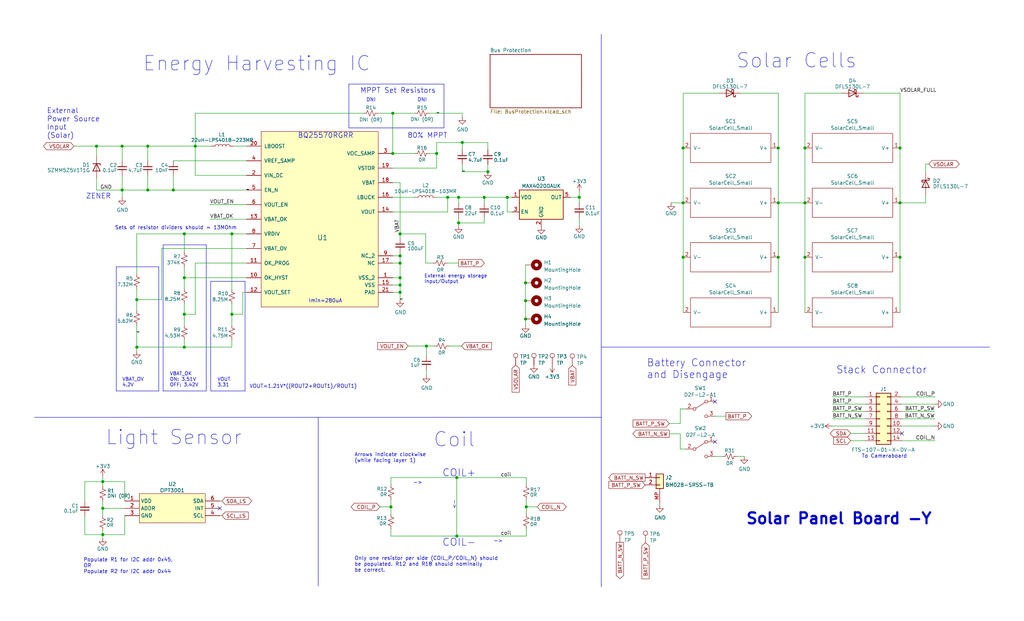
<source format=kicad_sch>
(kicad_sch (version 20230121) (generator eeschema)
  (paper "USLegal")
  (title_block (title "PyCubed Mini") (date "2023-04-12") (rev "Rev B3/02") (company "REx Lab Carnegie Mellon University") (comment 1 "Z.Manchester") (comment 2 "N.Khera") (comment 3 "M.Holliday"))
  (junction (at 148.082 120.269))
  (junction (at 138.938 88.9))
  (junction (at 270.256 70.485))
  (junction (at 64.008 96.52))
  (junction (at 168.148 68.58))
  (junction (at 138.938 91.44))
  (junction (at 237.236 51.435))
  (junction (at 279.527 51.435))
  (junction (at 312.547 70.485))
  (junction (at 182.499 98.298))
  (junction (at 42.418 50.8))
  (junction (at 64.008 109.22))
  (junction (at 312.547 89.408))
  (junction (at 136.398 39.37))
  (junction (at 33.528 50.8))
  (junction (at 312.547 51.435))
  (junction (at 159.258 68.58))
  (junction (at 35.687 185.801))
  (junction (at 158.623 186.309))
  (junction (at 201.168 68.58))
  (junction (at 182.499 104.521))
  (junction (at 42.418 66.04))
  (junction (at 138.938 81.28))
  (junction (at 138.938 96.52))
  (junction (at 136.398 53.34))
  (junction (at 160.528 49.53))
  (junction (at 155.448 68.58))
  (junction (at 51.308 50.8))
  (junction (at 237.236 70.485))
  (junction (at 182.499 110.871))
  (junction (at 35.687 167.386))
  (junction (at 158.623 165.989))
  (junction (at 237.236 89.408))
  (junction (at 80.518 81.28))
  (junction (at 279.527 89.408))
  (junction (at 64.008 120.65))
  (junction (at 60.198 66.04))
  (junction (at 64.008 81.28))
  (junction (at 80.518 109.22))
  (junction (at 67.818 50.8))
  (junction (at 182.753 176.149))
  (junction (at 135.763 176.149))
  (junction (at 47.498 120.65))
  (junction (at 47.498 104.14))
  (junction (at 270.256 89.408))
  (junction (at 35.687 176.657))
  (junction (at 51.308 66.04))
  (junction (at 159.258 77.47))
  (junction (at 176.149 68.58))
  (junction (at 138.938 99.06))
  (junction (at 270.256 51.435))
  (junction (at 279.527 70.485))
  (junction (at 138.938 101.6))
  (junction (at 169.418 59.69))
  (junction (at 151.638 53.34))
  (no_connect (at 248.285 139.573))
  (no_connect (at 248.285 153.543))
  (no_connect (at 76.327 176.657))
  (no_connect (at 313.182 150.622))
  (wire (pts (xy 147.828 91.44) (xy 150.368 91.44)))
  (wire (pts (xy 135.763 176.149) (xy 135.763 178.689)))
  (wire (pts (xy 47.498 81.28) (xy 47.498 95.25)))
  (wire (pts (xy 47.498 104.14) (xy 56.134 104.14)))
  (wire (pts (xy 64.008 81.28) (xy 47.498 81.28)))
  (wire (pts (xy 147.828 81.28) (xy 138.938 81.28)))
  (wire (pts (xy 77.089 174.117) (xy 76.327 174.117)))
  (wire (pts (xy 80.518 81.28) (xy 80.518 100.584)))
  (wire (pts (xy 182.499 92.075) (xy 182.499 98.298)))
  (polyline (pts (xy 121.158 29.21) (xy 154.178 29.21)))
  (wire (pts (xy 158.623 165.989) (xy 158.623 186.309)))
  (wire (pts (xy 151.638 49.53) (xy 160.528 49.53)))
  (wire (pts (xy 60.198 66.04) (xy 60.198 60.96)))
  (wire (pts (xy 147.828 91.44) (xy 147.828 81.28)))
  (wire (pts (xy 279.527 51.435) (xy 279.527 70.485)))
  (wire (pts (xy 138.938 99.06) (xy 138.938 96.52)))
  (wire (pts (xy 42.418 66.04) (xy 42.418 68.58)))
  (wire (pts (xy 312.547 70.485) (xy 312.547 89.408)))
  (wire (pts (xy 85.598 66.04) (xy 60.198 66.04)))
  (wire (pts (xy 136.398 101.6) (xy 138.938 101.6)))
  (wire (pts (xy 159.258 77.47) (xy 159.258 78.486)))
  (polyline (pts (xy 154.178 29.21) (xy 154.178 44.45)))
  (wire (pts (xy 270.256 89.408) (xy 270.256 108.585)))
  (wire (pts (xy 131.953 176.149) (xy 135.763 176.149)))
  (wire (pts (xy 64.008 109.22) (xy 67.818 109.22)))
  (wire (pts (xy 81.026 50.8) (xy 85.598 50.8)))
  (wire (pts (xy 29.464 185.801) (xy 35.687 185.801)))
  (wire (pts (xy 138.938 101.6) (xy 138.938 99.06)))
  (wire (pts (xy 47.498 120.65) (xy 47.498 122.047)))
  (wire (pts (xy 136.398 99.06) (xy 138.938 99.06)))
  (polyline (pts (xy 110.49 145.034) (xy 110.49 203.708)))
  (wire (pts (xy 168.148 68.58) (xy 168.148 70.612)))
  (wire (pts (xy 43.307 185.801) (xy 43.307 179.197)))
  (wire (pts (xy 160.528 57.15) (xy 160.528 59.69)))
  (wire (pts (xy 35.687 176.657) (xy 35.687 179.197)))
  (wire (pts (xy 85.598 55.88) (xy 60.198 55.88)))
  (wire (pts (xy 270.256 70.485) (xy 270.256 89.408)))
  (wire (pts (xy 135.763 165.989) (xy 158.623 165.989)))
  (wire (pts (xy 64.008 81.28) (xy 64.008 87.63)))
  (polyline (pts (xy 71.628 135.89) (xy 56.642 135.89)))
  (wire (pts (xy 232.41 147.193) (xy 236.22 147.193)))
  (wire (pts (xy 148.082 128.651) (xy 148.082 130.429)))
  (wire (pts (xy 135.763 173.609) (xy 135.763 176.149)))
  (wire (pts (xy 159.258 68.58) (xy 168.148 68.58)))
  (wire (pts (xy 252.095 144.653) (xy 248.285 144.653)))
  (wire (pts (xy 324.612 145.542) (xy 313.182 145.542)))
  (wire (pts (xy 151.638 49.53) (xy 151.638 53.34)))
  (wire (pts (xy 136.398 68.58) (xy 144.018 68.58)))
  (wire (pts (xy 312.547 51.435) (xy 312.547 70.485)))
  (wire (pts (xy 56.134 86.36) (xy 85.598 86.36)))
  (wire (pts (xy 67.818 50.8) (xy 73.406 50.8)))
  (wire (pts (xy 159.258 70.612) (xy 159.258 68.58)))
  (wire (pts (xy 43.307 167.386) (xy 35.687 167.386)))
  (wire (pts (xy 151.638 68.58) (xy 155.448 68.58)))
  (wire (pts (xy 80.518 118.11) (xy 80.518 120.65)))
  (wire (pts (xy 324.739 137.922) (xy 313.182 137.922)))
  (wire (pts (xy 33.528 61.976) (xy 33.528 66.04)))
  (wire (pts (xy 201.168 66.548) (xy 201.168 68.58)))
  (wire (pts (xy 300.482 150.622) (xy 295.402 150.622)))
  (wire (pts (xy 43.307 174.117) (xy 43.307 167.386)))
  (wire (pts (xy 321.437 67.691) (xy 321.437 70.485)))
  (polyline (pts (xy 121.158 44.45) (xy 121.158 29.21)))
  (wire (pts (xy 177.8 73.66) (xy 176.149 73.66)))
  (polyline (pts (xy 56.642 135.89) (xy 56.642 85.09)))
  (wire (pts (xy 279.527 89.408) (xy 279.527 108.585)))
  (wire (pts (xy 51.308 50.8) (xy 67.818 50.8)))
  (wire (pts (xy 149.098 53.34) (xy 151.638 53.34)))
  (wire (pts (xy 42.418 55.88) (xy 42.418 50.8)))
  (polyline (pts (xy 11.938 145.034) (xy 208.788 145.034)))
  (wire (pts (xy 159.258 75.692) (xy 159.258 77.47)))
  (wire (pts (xy 33.528 66.04) (xy 42.418 66.04)))
  (wire (pts (xy 155.956 120.269) (xy 160.274 120.269)))
  (wire (pts (xy 182.499 98.298) (xy 182.499 104.521)))
  (wire (pts (xy 176.149 73.66) (xy 176.149 68.58)))
  (polyline (pts (xy 85.09 135.89) (xy 73.152 135.89)))
  (wire (pts (xy 324.612 143.002) (xy 313.182 143.002)))
  (wire (pts (xy 47.498 113.03) (xy 47.498 120.65)))
  (wire (pts (xy 168.148 75.692) (xy 168.148 77.47)))
  (wire (pts (xy 229.108 175.514) (xy 229.108 174.879)))
  (wire (pts (xy 236.22 150.749) (xy 236.22 156.083)))
  (wire (pts (xy 324.612 140.462) (xy 313.182 140.462)))
  (wire (pts (xy 138.938 104.14) (xy 138.938 101.6)))
  (wire (pts (xy 72.898 76.2) (xy 85.598 76.2)))
  (wire (pts (xy 80.518 109.22) (xy 80.518 113.03)))
  (wire (pts (xy 312.547 89.408) (xy 312.547 108.585)))
  (wire (pts (xy 35.687 167.386) (xy 35.687 169.037)))
  (wire (pts (xy 84.328 109.22) (xy 84.328 101.6)))
  (polyline (pts (xy 40.386 92.71) (xy 55.118 92.71)))
  (wire (pts (xy 237.236 51.435) (xy 237.236 70.485)))
  (wire (pts (xy 270.256 32.385) (xy 270.256 51.435)))
  (wire (pts (xy 136.398 53.34) (xy 144.018 53.34)))
  (wire (pts (xy 136.398 53.34) (xy 136.398 39.37)))
  (wire (pts (xy 160.528 52.07) (xy 160.528 49.53)))
  (wire (pts (xy 169.418 57.15) (xy 169.418 59.69)))
  (wire (pts (xy 56.134 104.14) (xy 56.134 86.36)))
  (wire (pts (xy 232.41 150.749) (xy 236.22 150.749)))
  (wire (pts (xy 148.082 123.571) (xy 148.082 120.269)))
  (wire (pts (xy 312.547 70.485) (xy 321.437 70.485)))
  (wire (pts (xy 322.58 57.023) (xy 321.437 57.023)))
  (wire (pts (xy 64.008 120.65) (xy 80.518 120.65)))
  (wire (pts (xy 67.818 109.22) (xy 67.818 91.44)))
  (wire (pts (xy 136.398 91.44) (xy 138.938 91.44)))
  (wire (pts (xy 270.256 51.435) (xy 270.256 70.485)))
  (wire (pts (xy 43.307 176.657) (xy 35.687 176.657)))
  (wire (pts (xy 158.623 165.989) (xy 182.753 165.989)))
  (wire (pts (xy 64.008 109.22) (xy 64.008 113.03)))
  (wire (pts (xy 51.308 66.04) (xy 60.198 66.04)))
  (wire (pts (xy 299.847 32.385) (xy 312.547 32.385)))
  (wire (pts (xy 289.052 145.542) (xy 300.482 145.542)))
  (wire (pts (xy 321.437 57.023) (xy 321.437 60.071)))
  (wire (pts (xy 135.763 186.309) (xy 158.623 186.309)))
  (wire (pts (xy 289.052 143.002) (xy 300.482 143.002)))
  (wire (pts (xy 138.938 81.28) (xy 138.938 63.5)))
  (wire (pts (xy 136.398 73.66) (xy 155.448 73.66)))
  (wire (pts (xy 300.482 137.922) (xy 289.052 137.922)))
  (wire (pts (xy 64.008 118.11) (xy 64.008 120.65)))
  (wire (pts (xy 279.527 70.485) (xy 279.527 89.408)))
  (wire (pts (xy 33.528 50.8) (xy 33.528 54.356)))
  (wire (pts (xy 67.818 91.44) (xy 85.598 91.44)))
  (wire (pts (xy 131.318 39.37) (xy 136.398 39.37)))
  (wire (pts (xy 25.654 50.8) (xy 33.528 50.8)))
  (wire (pts (xy 138.938 87.884) (xy 138.938 88.9)))
  (wire (pts (xy 279.527 32.385) (xy 292.227 32.385)))
  (wire (pts (xy 279.527 32.385) (xy 279.527 51.435)))
  (polyline (pts (xy 55.118 92.71) (xy 55.118 135.89)))
  (wire (pts (xy 67.818 60.96) (xy 85.598 60.96)))
  (wire (pts (xy 138.938 96.52) (xy 138.938 91.44)))
  (polyline (pts (xy 85.09 97.79) (xy 85.09 135.89)))
  (wire (pts (xy 29.464 167.386) (xy 35.687 167.386)))
  (wire (pts (xy 64.008 96.52) (xy 85.598 96.52)))
  (wire (pts (xy 47.498 120.65) (xy 64.008 120.65)))
  (wire (pts (xy 182.499 104.521) (xy 182.499 110.871)))
  (wire (pts (xy 135.763 183.769) (xy 135.763 186.309)))
  (wire (pts (xy 289.052 148.082) (xy 300.482 148.082)))
  (wire (pts (xy 186.563 176.149) (xy 182.753 176.149)))
  (wire (pts (xy 300.482 153.162) (xy 295.402 153.162)))
  (wire (pts (xy 155.448 68.58) (xy 159.258 68.58)))
  (wire (pts (xy 159.258 77.47) (xy 168.148 77.47)))
  (wire (pts (xy 33.528 50.8) (xy 42.418 50.8)))
  (wire (pts (xy 67.818 39.37) (xy 126.238 39.37)))
  (wire (pts (xy 248.285 158.623) (xy 250.825 158.623)))
  (wire (pts (xy 182.753 165.989) (xy 182.753 168.529)))
  (wire (pts (xy 182.753 183.769) (xy 182.753 186.309)))
  (polyline (pts (xy 71.628 85.09) (xy 71.628 135.89)))
  (wire (pts (xy 64.008 96.52) (xy 64.008 100.33)))
  (wire (pts (xy 135.763 165.989) (xy 135.763 168.529)))
  (wire (pts (xy 67.818 39.37) (xy 67.818 50.8)))
  (wire (pts (xy 51.308 50.8) (xy 51.308 55.88)))
  (polyline (pts (xy 208.788 120.65) (xy 343.662 120.65)))
  (wire (pts (xy 201.168 68.58) (xy 201.168 70.612)))
  (wire (pts (xy 151.638 53.34) (xy 151.638 58.42)))
  (wire (pts (xy 279.527 70.485) (xy 270.256 70.485)))
  (wire (pts (xy 160.528 39.37) (xy 160.528 40.64)))
  (wire (pts (xy 138.938 81.28) (xy 138.938 82.804)))
  (wire (pts (xy 64.008 81.28) (xy 80.518 81.28)))
  (wire (pts (xy 149.098 39.37) (xy 160.528 39.37)))
  (wire (pts (xy 29.464 174.244) (xy 29.464 167.386)))
  (wire (pts (xy 158.623 186.309) (xy 182.753 186.309)))
  (wire (pts (xy 198.12 68.58) (xy 201.168 68.58)))
  (wire (pts (xy 236.22 147.193) (xy 236.22 142.113)))
  (polyline (pts (xy 56.642 85.09) (xy 71.628 85.09)))
  (wire (pts (xy 47.498 100.33) (xy 47.498 104.14)))
  (wire (pts (xy 151.638 58.42) (xy 136.398 58.42)))
  (wire (pts (xy 257.302 32.385) (xy 270.256 32.385)))
  (wire (pts (xy 312.547 32.385) (xy 312.547 51.435)))
  (wire (pts (xy 237.236 70.485) (xy 237.236 89.408)))
  (wire (pts (xy 160.528 49.53) (xy 169.418 49.53)))
  (wire (pts (xy 168.148 68.58) (xy 176.149 68.58)))
  (wire (pts (xy 85.598 81.28) (xy 80.518 81.28)))
  (wire (pts (xy 67.818 50.8) (xy 67.818 60.96)))
  (wire (pts (xy 42.418 50.8) (xy 51.308 50.8)))
  (wire (pts (xy 300.482 140.462) (xy 289.052 140.462)))
  (wire (pts (xy 237.236 32.385) (xy 249.682 32.385)))
  (polyline (pts (xy 55.118 135.89) (xy 40.386 135.89)))
  (wire (pts (xy 35.687 187.071) (xy 35.687 185.801)))
  (wire (pts (xy 237.236 89.408) (xy 237.236 108.585)))
  (wire (pts (xy 236.22 142.113) (xy 238.125 142.113)))
  (wire (pts (xy 42.418 66.04) (xy 51.308 66.04)))
  (wire (pts (xy 176.149 68.58) (xy 177.8 68.58)))
  (polyline (pts (xy 154.178 44.45) (xy 121.158 44.45)))
  (wire (pts (xy 136.398 39.37) (xy 144.018 39.37)))
  (wire (pts (xy 84.328 101.6) (xy 85.598 101.6)))
  (wire (pts (xy 160.528 59.69) (xy 169.418 59.69)))
  (wire (pts (xy 35.687 184.277) (xy 35.687 185.801)))
  (wire (pts (xy 236.22 156.083) (xy 238.125 156.083)))
  (wire (pts (xy 237.236 32.385) (xy 237.236 51.435)))
  (wire (pts (xy 51.308 60.96) (xy 51.308 66.04)))
  (wire (pts (xy 64.008 105.41) (xy 64.008 109.22)))
  (wire (pts (xy 138.938 63.5) (xy 136.398 63.5)))
  (wire (pts (xy 29.464 179.324) (xy 29.464 185.801)))
  (wire (pts (xy 138.938 91.44) (xy 138.938 88.9)))
  (wire (pts (xy 138.938 88.9) (xy 136.398 88.9)))
  (wire (pts (xy 80.518 109.22) (xy 84.328 109.22)))
  (wire (pts (xy 35.687 174.117) (xy 35.687 176.657)))
  (wire (pts (xy 35.687 165.608) (xy 35.687 167.386)))
  (wire (pts (xy 136.398 96.52) (xy 138.938 96.52)))
  (wire (pts (xy 201.168 75.692) (xy 201.168 78.359)))
  (wire (pts (xy 42.418 60.96) (xy 42.418 66.04)))
  (wire (pts (xy 64.008 92.71) (xy 64.008 96.52)))
  (wire (pts (xy 324.612 148.082) (xy 313.182 148.082)))
  (polyline (pts (xy 73.152 135.89) (xy 73.152 97.79)))
  (wire (pts (xy 182.753 173.609) (xy 182.753 176.149)))
  (wire (pts (xy 182.499 110.871) (xy 182.499 113.03)))
  (wire (pts (xy 35.687 185.801) (xy 43.307 185.801)))
  (wire (pts (xy 255.905 158.623) (xy 258.445 158.623)))
  (wire (pts (xy 148.082 120.269) (xy 150.876 120.269)))
  (wire (pts (xy 77.089 179.197) (xy 76.327 179.197)))
  (wire (pts (xy 324.739 153.162) (xy 313.182 153.162)))
  (wire (pts (xy 169.418 52.07) (xy 169.418 49.53)))
  (wire (pts (xy 182.753 176.149) (xy 182.753 178.689)))
  (wire (pts (xy 155.448 73.66) (xy 155.448 68.58)))
  (wire (pts (xy 72.898 71.12) (xy 85.598 71.12)))
  (wire (pts (xy 155.448 91.44) (xy 159.258 91.44)))
  (wire (pts (xy 80.518 105.664) (xy 80.518 109.22)))
  (polyline (pts (xy 73.152 97.79) (xy 85.09 97.79)))
  (wire (pts (xy 141.732 120.269) (xy 148.082 120.269)))
  (polyline (pts (xy 40.386 135.89) (xy 40.386 92.71)))
  (wire (pts (xy 47.498 104.14) (xy 47.498 107.95)))
  (wire (pts (xy 237.236 70.485) (xy 233.045 70.485)))
  (polyline (pts (xy 208.788 11.938) (xy 208.788 203.962)))
  (text "VOUT\n3.31" (at 75.438 134.62 0) (effects (font (size 1.2 1.2)) (justify left bottom)))
  (text "Imin=280uA" (at 107.188 105.41 0) (effects (font (size 1.27 1.27)) (justify left bottom)))
  (text "VOUT=1.21V*((ROUT2+ROUT1)/ROUT1)" (at 86.614 135.128 0) (effects (font (size 1.27 1.27)) (justify left bottom)))
  (text "MPPT Set Resistors " (at 125.095 32.639 0) (effects (font (size 1.778 1.778)) (justify left bottom)))
  (text "Light Sensor" (at 36.576 155.067 0) (effects (font (size 5 5)) (justify left bottom)))
  (text "Solar Panel Board -Y" (at 258.826 182.626 0) (effects (font (size 3.81 3.81) (thickness 0.762) bold) (justify left bottom)))
  (text "Sets of resistor dividers should = 13MOhm" (at 39.878 80.01 0) (effects (font (size 1.27 1.27)) (justify left bottom)))
  (text "To Cameraboard" (at 299.212 159.385 0) (effects (font (size 1.27 1.27)) (justify left bottom)))
  (text "Only one resistor per side (COIL_P/COIL_N) should \nbe populated. R12 and R18 should nominally \nbe correct." (at 123.063 199.009 0) (effects (font (size 1.27 1.27)) (justify left bottom)))
  (text "Arrows indicate clockwise\n(while facing layer 1)" (at 123.063 160.909 0) (effects (font (size 1.27 1.27)) (justify left bottom)))
  (text "->" (at 143.383 168.529 0) (effects (font (size 1.27 1.27)) (justify left bottom)))
  (text "COIL-" (at 153.543 190.119 0) (effects (font (size 2.54 2.54)) (justify left bottom)))
  (text "COIL+" (at 153.543 165.989 0) (effects (font (size 2.54 2.54)) (justify left bottom)))
  (text "Solar Cells" (at 255.524 24.13 0) (effects (font (size 5 5)) (justify left bottom)))
  (text "Energy Harvesting IC" (at 49.53 25.146 0) (effects (font (size 5 5)) (justify left bottom)))
  (text "ZENER" (at 29.845 69.342 0) (effects (font (size 1.778 1.778)) (justify left bottom)))
  (text "Stack Connector" (at 290.322 130.175 0) (effects (font (size 2.54 2.54)) (justify left bottom)))
  (text "->" (at 171.323 188.849 0) (effects (font (size 1.27 1.27)) (justify left bottom)))
  (text "Populate R1 for I2C addr 0x45, \nOR\nPopulate R2 for I2C addr 0x44" (at 28.956 199.517 0) (effects (font (size 1.27 1.27)) (justify left bottom)))
  (text "Coil" (at 150.368 155.829 0) (effects (font (size 5 5)) (justify left bottom)))
  (text "External\nPower Source\nInput\n(Solar)" (at 16.256 48.26 0) (effects (font (size 1.778 1.778)) (justify left bottom)))
  (text "VBAT_OK\nON: 3.51V\nOFF: 3.42V" (at 58.928 134.62 0) (effects (font (size 1.2 1.2)) (justify left bottom)))
  (text "80% MPPT " (at 141.478 48.26 0) (effects (font (size 1.778 1.778)) (justify left bottom)))
  (text "External energy storage\nInput/Output" (at 147.32 98.679 0) (effects (font (size 1.2 1.2)) (justify left bottom)))
  (text "BQ25570RGRR" (at 103.378 48.26 0) (effects (font (size 1.778 1.778)) (justify left bottom)))
  (text "Battery Connector\nand Disengage" (at 224.536 131.826 0) (effects (font (size 2.54 2.54)) (justify left bottom)))
  (text "VBAT_OV\n4.2V" (at 42.418 134.62 0) (effects (font (size 1.2 1.2)) (justify left bottom)))
  (text "DNI" (at 144.907 35.56 0) (effects (font (size 1.27 1.27)) (justify left bottom)))
  (text "<-" (at 158.496 173.736 90) (effects (font (size 1.27 1.27)) (justify right bottom)))
  (text "DNI" (at 127.127 35.56 0) (effects (font (size 1.27 1.27)) (justify left bottom)))
  (label "GND" (at 160.528 59.69 0) (effects (font (size 0.254 0.254))))
  (label "BATT_P_SW" (at 324.612 143.002 180))
  (label "coil" (at 173.863 186.309 0))
  (label "BATT_P_SW" (at 289.052 143.002 0))
  (label "BATT_N_SW" (at 289.052 145.542 0))
  (label "GND" (at 151.638 39.37 0) (effects (font (size 0.254 0.254))))
  (label "VBAT" (at 138.938 76.2 270))
  (label "VSOLAR_FULL" (at 312.547 32.385 0))
  (label "GND" (at 138.938 104.14 0) (effects (font (size 0.254 0.254))))
  (label "BATT_N_SW" (at 324.612 145.542 180))
  (label "BATT_P" (at 289.052 140.462 0))
  (label "GND" (at 85.598 66.04 0) (effects (font (size 0.254 0.254))))
  (label "VOUT_EN" (at 72.898 71.12 0))
  (label "COIL_N" (at 324.739 153.162 180))
  (label "GND" (at 34.798 66.04 0))
  (label "GND" (at 47.498 115.57 0) (effects (font (size 0.254 0.254))))
  (label "COIL_P" (at 324.739 137.922 180))
  (label "VBAT_OK" (at 72.898 76.2 0))
  (label "coil" (at 173.863 165.989 0))
  (label "BATT_P" (at 289.052 137.922 0))
  (global_label "SDA" (shape bidirectional) (at 295.402 150.622 180) (property "Intersheetrefs" "${INTERSHEET_REFS}" (effects hide)))
  (global_label "SDA_LS" (shape bidirectional) (at 77.089 174.117 0) (property "Intersheetrefs" "${INTERSHEET_REFS}" (effects hide)))
  (global_label "BATT_N_SW" (shape output) (at 224.028 165.989 180) (property "Intersheetrefs" "${INTERSHEET_REFS}" (effects hide)))
  (global_label "BATT_P" (shape output) (at 159.258 91.44 0) (property "Intersheetrefs" "${INTERSHEET_REFS}" (effects hide)))
  (global_label "BATT_P_SW" (shape input) (at 224.028 168.529 180) (property "Intersheetrefs" "${INTERSHEET_REFS}" (effects hide)))
  (global_label "VSOLAR" (shape input) (at 179.07 126.873 270) (property "Intersheetrefs" "${INTERSHEET_REFS}" (effects hide)))
  (global_label "BATT_N_SW" (shape output) (at 232.41 150.749 180) (property "Intersheetrefs" "${INTERSHEET_REFS}" (effects hide)))
  (global_label "BATT_P_SW" (shape input) (at 232.41 147.193 180) (property "Intersheetrefs" "${INTERSHEET_REFS}" (effects hide)))
  (global_label "BATT_N_SW" (shape output) (at 215.265 188.468 270) (property "Intersheetrefs" "${INTERSHEET_REFS}" (effects hide)))
  (global_label "COIL_N" (shape bidirectional) (at 186.563 176.149 0) (property "Intersheetrefs" "${INTERSHEET_REFS}" (effects hide)))
  (global_label "VSOLAR" (shape bidirectional) (at 322.58 57.023 0) (property "Intersheetrefs" "${INTERSHEET_REFS}" (effects hide)))
  (global_label "SCL" (shape input) (at 295.402 153.162 180) (property "Intersheetrefs" "${INTERSHEET_REFS}" (effects hide)))
  (global_label "SCL_LS" (shape input) (at 77.089 179.197 0) (property "Intersheetrefs" "${INTERSHEET_REFS}" (effects hide)))
  (global_label "VBAT_OK" (shape input) (at 160.274 120.269 0) (property "Intersheetrefs" "${INTERSHEET_REFS}" (effects hide)))
  (global_label "VOUT_EN" (shape input) (at 141.732 120.269 180) (property "Intersheetrefs" "${INTERSHEET_REFS}" (effects hide)))
  (global_label "COIL_P" (shape bidirectional) (at 131.953 176.149 180) (property "Intersheetrefs" "${INTERSHEET_REFS}" (effects hide)))
  (global_label "VBAT" (shape input) (at 198.755 127 270) (property "Intersheetrefs" "${INTERSHEET_REFS}" (effects hide)))
  (global_label "BATT_P_SW" (shape input) (at 224.155 188.595 270) (property "Intersheetrefs" "${INTERSHEET_REFS}" (effects hide)))
  (global_label "VSOLAR" (shape bidirectional) (at 25.654 50.8 180) (property "Intersheetrefs" "${INTERSHEET_REFS}" (effects hide)))
  (global_label "BATT_P" (shape output) (at 252.095 144.653 0) (property "Intersheetrefs" "${INTERSHEET_REFS}" (effects hide)))
  (symbol (lib_id "Device:R_Small_US") (at 35.687 171.577 180) (unit 1)
    (property "Reference" "R1" (at 37.211 170.561 0) (effects (font (size 1.2 1.2)) (justify right)))
    (property "Value" "DNI (0R)" (at 37.211 172.339 0) (effects (font (size 1.2 1.2)) (justify right)))
    (property "Footprint" "Resistor_SMD:R_0402_1005Metric" (effects hide))
    (property "Description" "RES 0 OHM JUMPER 1/16W 0402" (effects hide))
    (property "Manufacturer_Name" "Stackpole Electronics Inc" (effects hide))
    (property "Manufacturer_Part_Number" "RMCF0402ZT0R00" (effects hide))
    (property "Package/Footprint" "0402" (effects hide))
    (property "Website" "https://www.digikey.pt/pt/products/detail/stackpole-electronics-inc/RMCF0402ZT0R00/1756905?s=N4IgTCBcDaIEoFkDCAxADAFjWAWgFTTjTRAF0BfIA" (effects hide))
    (property "DNI" "DNI" (effects hide))
  )
  (symbol (lib_id "Switch:SW_SPDT") (at 243.205 142.113 0) (unit 1)
    (property "Reference" "SW1" (at 243.205 134.874 0))
    (property "Value" "D2F-L2-A1" (at 243.205 137.1854 0))
    (property "Footprint" "solarpanels:D2F-L2-A1" (effects hide))
    (property "Description" "SWITCH SNAP ACTION SPDT 3A 125V" (effects hide))
    (property "Manufacturer_Name" "Omron Electronics Inc-EMC Div" (effects hide))
    (property "Manufacturer_Part_Number" "D2F-L2-A1" (effects hide))
    (property "Website" "https://www.digikey.pt/pt/products/detail/omron-electronics-inc-emc-div/D2F-L2-A1/1811810?s=N4IgTCBcDaICJgGIFoAyZkEECMIC6AvkA" (effects hide))
  )
  (symbol (lib_id "Switch:SW_SPDT") (at 243.205 156.083 0) (unit 1)
    (property "Reference" "SW2" (at 243.205 148.844 0))
    (property "Value" "D2F-L2-A" (at 243.205 151.1554 0))
    (property "Footprint" "solarpanels:D2F-L2-A" (effects hide))
    (property "Description" "SWITCH SNAP ACTION SPDT 3A 125V" (effects hide))
    (property "Manufacturer_Name" "Omron Electronics Inc-EMC Div" (effects hide))
    (property "Manufacturer_Part_Number" "D2F-L2-A" (effects hide))
    (property "Website" "https://www.digikey.pt/pt/products/detail/omron-electronics-inc-emc-div/D2F-L2-A/368472" (effects hide))
  )
  (symbol (lib_id "Device:R_Small_US") (at 253.365 158.623 90) (unit 1)
    (property "Reference" "R31" (at 253.365 156.591 90) (effects (font (size 1.2 1.2))))
    (property "Value" "0R" (at 253.365 161.036 90) (effects (font (size 1.2 1.2))))
    (property "Footprint" "Resistor_SMD:R_0603_1608Metric" (effects hide))
    (property "Description" "RES 0 OHM JUMPER 1/10W 0603" (effects hide))
    (property "Manufacturer_Name" "Stackpole Electronics Inc" (effects hide))
    (property "Manufacturer_Part_Number" "RMCF0603ZT0R00" (effects hide))
    (property "Package/Footprint" "0603" (effects hide))
    (property "Website" "https://www.digikey.pt/pt/products/detail/stackpole-electronics-inc/RMCF0603ZT0R00/1756908?s=N4IgTCBcDaIEoFkDCAxADANjQZgFoBU0400QBdAXyA" (effects hide))
  )
  (symbol (lib_id "power:GND") (at 258.445 158.623 0) (unit 1)
    (property "Reference" "#PWR01" (effects hide))
    (property "Value" "GND" (at 258.572 163.0172 0))
  )
  (symbol (lib_id "Connector:TestPoint") (at 179.07 126.873 0) (unit 1) (in_bom no)
    (property "Reference" "TP1" (at 180.5432 123.8758 0) (effects (justify left)))
    (property "Value" "TP" (at 180.5432 126.1872 0) (effects (justify left)))
    (property "Footprint" "TestPoint:TestPoint_THTPad_D1.0mm_Drill0.5mm" (effects hide))
  )
  (symbol (lib_id "Connector:TestPoint") (at 185.42 126.873 0) (unit 1) (in_bom no)
    (property "Reference" "TP2" (at 186.8932 123.8758 0) (effects (justify left)))
    (property "Value" "TP" (at 186.8932 126.1872 0) (effects (justify left)))
    (property "Footprint" "TestPoint:TestPoint_THTPad_D1.0mm_Drill0.5mm" (effects hide))
  )
  (symbol (lib_id "Connector:TestPoint") (at 191.77 126.873 0) (unit 1) (in_bom no)
    (property "Reference" "TP3" (at 193.2432 123.8758 0) (effects (justify left)))
    (property "Value" "TP" (at 193.2432 126.1872 0) (effects (justify left)))
    (property "Footprint" "TestPoint:TestPoint_THTPad_D1.0mm_Drill0.5mm" (effects hide))
  )
  (symbol (lib_id "power:GND") (at 185.42 126.873 0) (unit 1)
    (property "Reference" "#PWR03" (effects hide))
    (property "Value" "GND" (at 185.42 130.937 0))
  )
  (symbol (lib_id "power:+3V3") (at 191.77 126.873 180) (unit 1)
    (property "Reference" "#PWR02" (effects hide))
    (property "Value" "+3V3" (at 191.77 130.937 0))
  )
  (symbol (lib_id "Device:R_Small_US") (at 35.687 181.737 180) (unit 1)
    (property "Reference" "R2" (at 36.957 180.721 0) (effects (font (size 1.2 1.2)) (justify right)))
    (property "Value" "0R" (at 36.957 182.499 0) (effects (font (size 1.2 1.2)) (justify right)))
    (property "Footprint" "Resistor_SMD:R_0402_1005Metric" (effects hide))
    (property "Description" "RES 0 OHM JUMPER 1/16W 0402" (effects hide))
    (property "Manufacturer_Name" "Stackpole Electronics Inc" (effects hide))
    (property "Manufacturer_Part_Number" "RMCF0402ZT0R00" (effects hide))
    (property "Package/Footprint" "0402" (effects hide))
    (property "Website" "https://www.digikey.pt/pt/products/detail/stackpole-electronics-inc/RMCF0402ZT0R00/1756905?s=N4IgTCBcDaIEoFkDCAxADAFjWAWgFTTjTRAF0BfIA" (effects hide))
  )
  (symbol (lib_id "power:+3V3") (at 35.687 165.608 0) (unit 1)
    (property "Reference" "#PWR0112" (effects hide))
    (property "Value" "+3V3" (at 35.687 162.052 0))
  )
  (symbol (lib_id "Device:C_Small") (at 29.464 176.784 180) (unit 1)
    (property "Reference" "C1" (at 27.3812 175.768 0) (effects (font (size 1.2 1.2)) (justify left)))
    (property "Value" "0.1uF" (at 27.305 177.546 0) (effects (font (size 1.2 1.2)) (justify left)))
    (property "Footprint" "Capacitor_SMD:C_0402_1005Metric" (effects hide))
    (property "Description" "CAP CER 0.1UF 50V X7R 0402" (effects hide))
    (property "Manufacturer_Name" "KYOCERA AVX" (effects hide))
    (property "Manufacturer_Part_Number" "04025C104KAT2A" (effects hide))
    (property "Package/Footprint" "0402" (effects hide))
    (property "Website" "https://www.digikey.pt/pt/products/detail/kyocera-avx/KGM05CR71H104KH/6564238?s=N4IgTCBcDaIAwBY5gKwGECMiDSBBAKmLiALoC%2BQA" (effects hide))
  )
  (symbol (lib_id "power:GND") (at 35.687 187.071 0) (unit 1)
    (property "Reference" "#PWR0111" (effects hide))
    (property "Value" "GND" (at 35.687 190.754 0))
  )
  (symbol (lib_id "power:GND") (at 138.938 104.14 0) (unit 1)
    (property "Reference" "#PWR0101" (effects hide))
    (property "Value" "GND" (at 139.065 108.5342 0))
  )
  (symbol (lib_id "power:GND") (at 47.498 122.047 0) (unit 1)
    (property "Reference" "#PWR0102" (effects hide))
    (property "Value" "GND" (at 47.498 125.857 0))
  )
  (symbol (lib_id "power:GND") (at 42.418 68.58 0) (unit 1)
    (property "Reference" "#PWR0103" (effects hide))
    (property "Value" "GND" (at 42.545 72.9742 0))
  )
  (symbol (lib_id "power:GND") (at 160.528 40.64 0) (unit 1)
    (property "Reference" "#PWR0104" (effects hide))
    (property "Value" "GND" (at 160.655 45.0342 0))
  )
  (symbol (lib_id "power:GND") (at 159.258 78.486 0) (unit 1)
    (property "Reference" "#PWR0105" (effects hide))
    (property "Value" "GND" (at 159.258 82.296 0))
  )
  (symbol (lib_id "power:GND") (at 169.418 59.69 0) (unit 1)
    (property "Reference" "#PWR0106" (effects hide))
    (property "Value" "GND" (at 169.418 63.5 0))
  )
  (symbol (lib_id "power:GND") (at 148.082 130.429 0) (unit 1)
    (property "Reference" "#PWR0107" (effects hide))
    (property "Value" "GND" (at 148.209 134.8232 0))
  )
  (symbol (lib_id "Device:C_Small") (at 51.308 58.42 0) (unit 1)
    (property "Reference" "C3" (at 46.99 57.404 0) (effects (font (size 1.2 1.2)) (justify left)))
    (property "Value" "4.7uF" (at 44.45 59.182 0) (effects (font (size 1.2 1.2)) (justify left)))
    (property "Footprint" "Capacitor_SMD:C_0603_1608Metric" (effects hide))
    (property "Description" "CAP CER 4.7UF 35V X5R 0603" (effects hide))
    (property "Manufacturer_Name" "Murata Electronics" (effects hide))
    (property "Manufacturer_Part_Number" "GRT188R6YA475KE13D" (effects hide))
    (property "Package/Footprint" "0603" (effects hide))
    (property "Website" "https://www.digikey.pt/pt/products/detail/murata-electronics/GRT188R6YA475KE13D/5416759?s=N4IgTCBcDaIOICUAqBGAHGhA2AmgQQBYB2AVgGkBRFAZgBEQBdAXyA" (effects hide))
  )
  (symbol (lib_id "Device:C_Small") (at 42.418 58.42 0) (unit 1)
    (property "Reference" "C2" (at 38.1 57.404 0) (effects (font (size 1.2 1.2)) (justify left)))
    (property "Value" "0.1uF" (at 35.56 59.182 0) (effects (font (size 1.2 1.2)) (justify left)))
    (property "Footprint" "Capacitor_SMD:C_0603_1608Metric" (effects hide))
    (property "Description" "CAP CER 0.1UF 50V X7R 0603" (effects hide))
    (property "Manufacturer_Name" "KYOCERA AVX" (effects hide))
    (property "Manufacturer_Part_Number" "06035C104K4T2A" (effects hide))
    (property "Package/Footprint" "0603" (effects hide))
    (property "Website" "https://www.digikey.pt/pt/products/detail/kyocera-avx/KAM15AR71H104KT/1950904?s=N4IgTCBcDaIAwDY4GYCsBhAjHALAaRwBUwBBEAXQF8g" (effects hide))
  )
  (symbol (lib_id "Device:C_Small") (at 60.198 58.42 0) (unit 1)
    (property "Reference" "C4" (at 55.88 57.404 0) (effects (font (size 1.2 1.2)) (justify left)))
    (property "Value" "10nF" (at 53.848 59.182 0) (effects (font (size 1.2 1.2)) (justify left)))
    (property "Footprint" "Capacitor_SMD:C_0603_1608Metric" (effects hide))
    (property "Description" "CAP CER 10000PF 100V X7R 0603" (effects hide))
    (property "Manufacturer_Name" "KYOCERA AVX" (effects hide))
    (property "Manufacturer_Part_Number" "06031C103K4T4A" (effects hide))
    (property "Package/Footprint" "0603" (effects hide))
    (property "Website" "https://www.digikey.pt/pt/products/detail/kyocera-avx/KAM15AR72A103KM/1598666?s=N4IgTCBcDaIAwDY4GYCMBhVKDSAWAKrgIIgC6AvkA" (effects hide))
  )
  (symbol (lib_id "Device:C_Small") (at 159.258 73.152 0) (unit 1)
    (property "Reference" "C8" (at 161.29 72.136 0) (effects (font (size 1.2 1.2)) (justify left)))
    (property "Value" "22uF" (at 161.29 74.168 0) (effects (font (size 1.2 1.2)) (justify left)))
    (property "Footprint" "Capacitor_SMD:C_0603_1608Metric" (effects hide))
    (property "Description" "CAP CER 22UF 10V X5R 0603" (effects hide))
    (property "Manufacturer_Name" "Murata Electronics" (effects hide))
    (property "Manufacturer_Part_Number" "GRT188R61A226ME13D" (effects hide))
    (property "Package/Footprint" "0603" (effects hide))
    (property "Website" "https://www.digikey.pt/pt/products/detail/murata-electronics/GRT188R61A226ME13D/10706504?s=N4IgTCBcDaIOICUAqBGAHGhA2FBBMYWAsgKIoDMAIiALoC%2BQA" (effects hide))
  )
  (symbol (lib_id "solarpanels:BQ25570RGRR") (at 110.998 76.2 0) (unit 1)
    (property "Reference" "U1" (at 110.0836 83.5914 0) (effects (font (size 1.7526 1.7526)) (justify left bottom)))
    (property "Value" "BQ25570RGRR" (effects hide))
    (property "Footprint" "solarpanels:QFN50P350X350X100-21N-D" (effects hide))
    (property "Description" "IC ENERGY HARV CTRLR BATT 20VQFN" (effects hide))
    (property "Manufacturer_Name" "Texas Instruments" (effects hide))
    (property "Manufacturer_Part_Number" "BQ25570RGRR" (effects hide))
    (property "Package/Footprint" "20-VQFN" (effects hide))
    (property "Website" "https://www.digikey.pt/pt/products/detail/texas-instruments/BQ25570RGRR/4384228?s=N4IgTCBcDaIEIEUwFZkHYAMAlA4lrIAugL5A" (effects hide))
  )
  (symbol (lib_id "Device:R_Small_US") (at 152.908 91.44 270) (unit 1)
    (property "Reference" "R3" (at 152.908 90.17 90) (effects (font (size 1.2 1.2)) (justify bottom)))
    (property "Value" "0R" (at 152.908 93.091 90) (effects (font (size 1.2 1.2)) (justify top)))
    (property "Footprint" "Resistor_SMD:R_0603_1608Metric" (effects hide))
    (property "Description" "RES 0 OHM JUMPER 1/10W 0603" (effects hide))
    (property "Manufacturer_Name" "Stackpole Electronics Inc" (effects hide))
    (property "Manufacturer_Part_Number" "RMCF0603ZT0R00" (effects hide))
    (property "Package/Footprint" "0603" (effects hide))
    (property "Website" "https://www.digikey.pt/pt/products/detail/stackpole-electronics-inc/RMCF0603ZT0R00/1756908?s=N4IgTCBcDaIEoFkDCAxADANjQZgFoBU0400QBdAXyA" (effects hide))
  )
  (symbol (lib_id "Device:C_Small") (at 138.938 85.344 0) (unit 1)
    (property "Reference" "C5" (at 141.478 84.582 0) (effects (font (size 1.2 1.2)) (justify left)))
    (property "Value" "100uF" (at 141.478 86.36 0) (effects (font (size 1.2 1.2)) (justify left)))
    (property "Footprint" "Capacitor_SMD:C_0805_2012Metric" (effects hide))
    (property "Description" "CAP CER 100UF 6.3V X5R 0805" (effects hide))
    (property "Manufacturer_Name" "Murata Electronics" (effects hide))
    (property "Manufacturer_Part_Number" "GRM21BR60J107ME15K" (effects hide))
    (property "Package/Footprint" "0805" (effects hide))
    (property "Website" "https://www.digikey.pt/pt/products/detail/murata-electronics/GRM21BR60J107ME15K/9887675?s=N4IgTCBcDaIOICUCyYCMAhBA2ADAKVRwHYkBRVAVgGkQBdAXyA" (effects hide))
  )
  (symbol (lib_id "Device:R_Small_US") (at 146.558 53.34 270) (unit 1)
    (property "Reference" "R16" (at 146.558 52.07 90) (effects (font (size 1.2 1.2)) (justify bottom)))
    (property "Value" "0R" (at 146.558 54.864 90) (effects (font (size 1.2 1.2)) (justify top)))
    (property "Footprint" "Resistor_SMD:R_0603_1608Metric" (effects hide))
    (property "Description" "RES 0 OHM JUMPER 1/10W 0603" (effects hide))
    (property "Manufacturer_Name" "Stackpole Electronics Inc" (effects hide))
    (property "Manufacturer_Part_Number" "RMCF0603ZT0R00" (effects hide))
    (property "Package/Footprint" "0603" (effects hide))
    (property "Website" "https://www.digikey.pt/pt/products/detail/stackpole-electronics-inc/RMCF0603ZT0R00/1756908?s=N4IgTCBcDaIEoFkDCAxADANjQZgFoBU0400QBdAXyA" (effects hide))
  )
  (symbol (lib_id "Device:C_Small") (at 160.528 54.61 0) (unit 1)
    (property "Reference" "C7" (at 162.56 53.594 0) (effects (font (size 1.2 1.2)) (justify left)))
    (property "Value" "4.7uF" (at 162.56 55.626 0) (effects (font (size 1.2 1.2)) (justify left)))
    (property "Footprint" "Capacitor_SMD:C_0603_1608Metric" (effects hide))
    (property "Description" "CAP CER 4.7UF 35V X5R 0603" (effects hide))
    (property "Manufacturer_Name" "Murata Electronics" (effects hide))
    (property "Manufacturer_Part_Number" "GRT188R6YA475KE13D" (effects hide))
    (property "Package/Footprint" "0603" (effects hide))
    (property "Website" "https://www.digikey.pt/pt/products/detail/murata-electronics/GRT188R6YA475KE13D/5416759?s=N4IgTCBcDaIOICUAqBGAHGhA2AmgQQBYB2AVgGkBRFAZgBEQBdAXyA" (effects hide))
  )
  (symbol (lib_id "Device:C_Small") (at 169.418 54.61 0) (unit 1)
    (property "Reference" "C9" (at 171.45 53.594 0) (effects (font (size 1.2 1.2)) (justify left)))
    (property "Value" "0.1uF" (at 171.45 55.626 0) (effects (font (size 1.2 1.2)) (justify left)))
    (property "Footprint" "Capacitor_SMD:C_0603_1608Metric" (effects hide))
    (property "Description" "CAP CER 0.1UF 50V X7R 0603" (effects hide))
    (property "Manufacturer_Name" "KYOCERA AVX" (effects hide))
    (property "Manufacturer_Part_Number" "06035C104K4T2A" (effects hide))
    (property "Package/Footprint" "0603" (effects hide))
    (property "Website" "https://www.digikey.pt/pt/products/detail/kyocera-avx/KAM15AR71H104KT/1950904?s=N4IgTCBcDaIAwDY4GYCsBhAjHALAaRwBUwBBEAXQF8g" (effects hide))
  )
  (symbol (lib_id "Device:R_Small_US") (at 146.558 39.37 270) (unit 1)
    (property "Reference" "R15" (at 146.558 38.1 90) (effects (font (size 1.2 1.2)) (justify bottom)))
    (property "Value" "DNI (0R)" (at 146.558 40.767 90) (effects (font (size 1.2 1.2)) (justify top)))
    (property "Footprint" "Resistor_SMD:R_0603_1608Metric" (effects hide))
    (property "DNI" "DNI" (effects hide))
  )
  (symbol (lib_id "Device:R_Small_US") (at 128.778 39.37 270) (unit 1)
    (property "Reference" "R14" (at 128.778 38.1 90) (effects (font (size 1.2 1.2)) (justify bottom)))
    (property "Value" "DNI (0R)" (at 128.778 40.894 90) (effects (font (size 1.2 1.2)) (justify top)))
    (property "Footprint" "Resistor_SMD:R_0603_1608Metric" (effects hide))
    (property "DNI" "DNI" (effects hide))
  )
  (symbol (lib_id "Device:R_Small_US") (at 64.008 102.87 180) (unit 1)
    (property "Reference" "R8" (at 61.468 101.219 0) (effects (font (size 1.2 1.2)) (justify bottom)))
    (property "Value" "8.25M" (at 59.944 104.648 0) (effects (font (size 1.2 1.2)) (justify top)))
    (property "Footprint" "Resistor_SMD:R_0603_1608Metric" (effects hide))
    (property "Description" "RES SMD 8.25M OHM 1% 1/10W 0603" (effects hide))
    (property "Manufacturer_Name" "Vishay Dale" (effects hide))
    (property "Manufacturer_Part_Number" "CRCW06038M25FKEA" (effects hide))
    (property "Package/Footprint" "0603" (effects hide))
    (property "Website" "https://www.digikey.pt/pt/products/detail/vishay-dale/CRCW06038M25FKEA/1175115" (effects hide))
  )
  (symbol (lib_id "Device:R_Small_US") (at 80.518 103.124 180) (unit 1)
    (property "Reference" "R10" (at 77.47 101.346 0) (effects (font (size 1.2 1.2)) (justify bottom)))
    (property "Value" "8.25M" (at 76.454 104.775 0) (effects (font (size 1.2 1.2)) (justify top)))
    (property "Footprint" "Resistor_SMD:R_0603_1608Metric" (effects hide))
    (property "Description" "RES SMD 8.25M OHM 1% 1/10W 0603" (effects hide))
    (property "Manufacturer_Name" "Vishay Dale" (effects hide))
    (property "Manufacturer_Part_Number" "CRCW06038M25FKEA" (effects hide))
    (property "Package/Footprint" "0603" (effects hide))
    (property "Website" "https://www.digikey.pt/pt/products/detail/vishay-dale/CRCW06038M25FKEA/1175115" (effects hide))
  )
  (symbol (lib_id "Device:R_Small_US") (at 64.008 115.57 180) (unit 1)
    (property "Reference" "R9" (at 61.468 113.919 0) (effects (font (size 1.2 1.2)) (justify bottom)))
    (property "Value" "4.53M" (at 59.944 117.348 0) (effects (font (size 1.2 1.2)) (justify top)))
    (property "Footprint" "Resistor_SMD:R_0603_1608Metric" (effects hide))
    (property "Description" "RES 4.53M OHM 1% 1/10W 0603" (effects hide))
    (property "Manufacturer_Name" "Stackpole Electronics Inc" (effects hide))
    (property "Manufacturer_Part_Number" "RMCF0603FT4M53" (effects hide))
    (property "Package/Footprint" "0603" (effects hide))
    (property "Website" "https://www.digikey.pt/pt/products/detail/stackpole-electronics-inc/RMCF0603FT4M53/1714008?s=N4IgTCBcDaIEoFkDCAxADANjQZhQFQBYEBWbEAXQF8g" (effects hide))
  )
  (symbol (lib_id "Device:R_Small_US") (at 80.518 115.57 180) (unit 1)
    (property "Reference" "R11" (at 77.343 113.792 0) (effects (font (size 1.2 1.2)) (justify bottom)))
    (property "Value" "4.75M" (at 76.454 117.348 0) (effects (font (size 1.2 1.2)) (justify top)))
    (property "Footprint" "Resistor_SMD:R_0603_1608Metric" (effects hide))
    (property "Description" "RES 4.75M OHM 1% 1/10W 0603" (effects hide))
    (property "Manufacturer_Name" "Stackpole Electronics Inc" (effects hide))
    (property "Manufacturer_Part_Number" "RMCF0603FT4M75" (effects hide))
    (property "Package/Footprint" "0603" (effects hide))
    (property "Website" "https://www.digikey.pt/pt/products/detail/stackpole-electronics-inc/RMCF0603FT4M75/1761161?s=N4IgTCBcDaIEoFkDCAxADANjQZhQFQBYEB2AVhAF0BfIA" (effects hide))
  )
  (symbol (lib_id "Device:R_Small_US") (at 64.008 90.17 180) (unit 1)
    (property "Reference" "R7" (at 61.468 88.519 0) (effects (font (size 1.2 1.2)) (justify bottom)))
    (property "Value" "374K" (at 60.325 91.948 0) (effects (font (size 1.2 1.2)) (justify top)))
    (property "Footprint" "Resistor_SMD:R_0603_1608Metric" (effects hide))
    (property "Description" "RES 374K OHM 1% 1/10W 0603" (effects hide))
    (property "Manufacturer_Name" "Stackpole Electronics Inc" (effects hide))
    (property "Manufacturer_Part_Number" "RMCF0603FT374K" (effects hide))
    (property "Package/Footprint" "0603" (effects hide))
    (property "Website" "https://www.digikey.pt/pt/products/detail/stackpole-electronics-inc/RMCF0603FT374K/1713972?s=N4IgTCBcDaIEoFkDCAxADANjQZhQFWwHYAWAaRAF0BfIA" (effects hide))
  )
  (symbol (lib_id "Device:L") (at 77.216 50.8 90) (unit 1)
    (property "Reference" "L1" (at 78.232 46.101 90) (effects (font (size 1.2 1.2)) (justify left bottom)))
    (property "Value" "22uH-LPS4018-223MR" (at 88.011 48.006 90) (effects (font (size 1.2 1.2)) (justify left bottom)))
    (property "Footprint" "solarpanels:LPS4018" (effects hide))
    (property "Description" "Power Inductors - SMD 22uH Shld 20% 830mA 360 mOhms" (effects hide))
    (property "Manufacturer_Name" "Coilcraft" (effects hide))
    (property "Manufacturer_Part_Number" "LPS4018-223MRC" (effects hide))
    (property "Package/Footprint" "1515" (effects hide))
    (property "Website" "https://www.digikey.pt/pt/products/detail/coilcraft/LPS4018-223MRC/16816301?s=N4IgTCBcDaIDIAUDKAWADARgBwFoxgGYBZAJQGEQBdAXyA" (effects hide))
  )
  (symbol (lib_id "Device:L") (at 147.828 68.58 90) (unit 1)
    (property "Reference" "L2" (at 148.971 63.754 90) (effects (font (size 1.2 1.2)) (justify left bottom)))
    (property "Value" "10uH-LPS4018-103MR" (at 158.623 65.786 90) (effects (font (size 1.2 1.2)) (justify left bottom)))
    (property "Footprint" "solarpanels:LPS4018" (effects hide))
    (property "Description" "Power Inductors - SMD 10uH Shld 20% 1.3A 200 mOhms" (effects hide))
    (property "Manufacturer_Name" "Coilcraft" (effects hide))
    (property "Manufacturer_Part_Number" "LPS4018-103MRC" (effects hide))
    (property "Package/Footprint" "1515" (effects hide))
    (property "Website" "https://www.digikey.pt/pt/products/detail/coilcraft/LPS4018-103MRC/16816546?s=N4IgTCBcDaIDIAUDKAWADARgBwFoNoGYBZAJQGEQBdAXyA" (effects hide))
  )
  (symbol (lib_id "Device:R_Small_US") (at 47.498 110.49 180) (unit 1)
    (property "Reference" "R6" (at 44.958 108.839 0) (effects (font (size 1.2 1.2)) (justify bottom)))
    (property "Value" "5.62M" (at 43.434 112.268 0) (effects (font (size 1.2 1.2)) (justify top)))
    (property "Footprint" "Resistor_SMD:R_0603_1608Metric" (effects hide))
    (property "Description" "RES 5.62M OHM 1% 1/10W 0603" (effects hide))
    (property "Manufacturer_Name" "Stackpole Electronics Inc" (effects hide))
    (property "Manufacturer_Part_Number" "RMCF0603FT5M62" (effects hide))
    (property "Package/Footprint" "0603" (effects hide))
    (property "Website" "https://www.digikey.pt/pt/products/detail/stackpole-electronics-inc/RMCF0603FT5M62/6266838?s=N4IgTCBcDaIEoFkDCAxADANjQZhQFQFYEMIBdAXyA" (effects hide))
  )
  (symbol (lib_id "Device:R_Small_US") (at 47.498 97.79 180) (unit 1)
    (property "Reference" "R5" (at 44.958 96.139 0) (effects (font (size 1.2 1.2)) (justify bottom)))
    (property "Value" "7.32M" (at 43.434 99.568 0) (effects (font (size 1.2 1.2)) (justify top)))
    (property "Footprint" "Resistor_SMD:R_0603_1608Metric" (effects hide))
    (property "Description" "RES 7.32M OHM 1% 1/10W 0603" (effects hide))
    (property "Manufacturer_Name" "Stackpole Electronics Inc" (effects hide))
    (property "Manufacturer_Part_Number" "RMCF0603FT7M32" (effects hide))
    (property "Package/Footprint" "0603" (effects hide))
    (property "Website" "https://www.digikey.pt/pt/products/detail/stackpole-electronics-inc/RMCF0603FT7M32/6266849?s=N4IgTCBcDaIEoFkDCAxADANjQZhQFQHYFsIBdAXyA" (effects hide))
  )
  (symbol (lib_id "Device:C_Small") (at 148.082 126.111 0) (unit 1)
    (property "Reference" "C6" (at 143.51 125.095 0) (effects (font (size 1.2 1.2)) (justify left)))
    (property "Value" "1uF" (at 142.494 126.873 0) (effects (font (size 1.2 1.2)) (justify left)))
    (property "Footprint" "Capacitor_SMD:C_0603_1608Metric" (effects hide))
    (property "Description" "CAP CER 1UF 50V X5R 0603" (effects hide))
    (property "Manufacturer_Name" "Murata Electronics" (effects hide))
    (property "Manufacturer_Part_Number" "GRT188R61H105KE13D" (effects hide))
    (property "Package/Footprint" "0603" (effects hide))
    (property "Website" "https://www.digikey.pt/pt/products/detail/murata-electronics/GRT188R61H105KE13D/5416752?s=N4IgTCBcDaIOICUAqBGAHGhA2FAJFADAKwDSAoigMwAiIAugL5A" (effects hide))
  )
  (symbol (lib_id "Device:R_Small_US") (at 153.416 120.269 270) (unit 1)
    (property "Reference" "R4" (at 153.416 118.237 90) (effects (font (size 1.2 1.2))))
    (property "Value" "0R" (at 153.416 122.555 90) (effects (font (size 1.2 1.2))))
    (property "Footprint" "Resistor_SMD:R_0603_1608Metric" (effects hide))
    (property "Description" "RES 0 OHM JUMPER 1/10W 0603" (effects hide))
    (property "Manufacturer_Name" "Stackpole Electronics Inc" (effects hide))
    (property "Manufacturer_Part_Number" "RMCF0603ZT0R00" (effects hide))
    (property "Package/Footprint" "0603" (effects hide))
    (property "Website" "https://www.digikey.pt/pt/products/detail/stackpole-electronics-inc/RMCF0603ZT0R00/1756908?s=N4IgTCBcDaIEoFkDCAxADANjQZgFoBU0400QBdAXyA" (effects hide))
  )
  (symbol (lib_id "power:+3V3") (at 201.168 66.548 0) (unit 1)
    (property "Reference" "#PWR0109" (effects hide))
    (property "Value" "+3V3" (at 201.168 62.992 0) (effects (font (size 1.2 1.2))))
  )
  (symbol (lib_id "solarpanels:SolarCell_Small") (at 253.746 51.435 0) (mirror y) (unit 1)
    (property "Reference" "SC1" (at 253.746 42.164 0))
    (property "Value" "SolarCell_Small" (at 253.746 44.4754 0))
    (property "Footprint" "solarpanels:KXOB25-05X3F" (effects hide))
    (property "Description" "MONOCRYS SOLAR CELL 30.7MW 2.07V" (effects hide))
    (property "Manufacturer_Name" "ANYSOLAR Ltd" (effects hide))
    (property "Manufacturer_Part_Number" "KXOB25-05X3F-TR" (effects hide))
    (property "Website" "https://www.digikey.pt/pt/products/detail/anysolar-ltd/KXOB25-05X3F-TR/9990478?s=N4IgTCBcDaINIA0DyAhMBWAtABnQgzAGKYAqASiALoC%2BQA" (effects hide))
  )
  (symbol (lib_id "solarpanels:SolarCell_Small") (at 253.746 89.408 0) (mirror y) (unit 1)
    (property "Reference" "SC3" (at 253.746 80.137 0))
    (property "Value" "SolarCell_Small" (at 253.746 82.4484 0))
    (property "Footprint" "solarpanels:KXOB25-05X3F" (effects hide))
    (property "Description" "MONOCRYS SOLAR CELL 30.7MW 2.07V" (effects hide))
    (property "Manufacturer_Name" "ANYSOLAR Ltd" (effects hide))
    (property "Manufacturer_Part_Number" "KXOB25-05X3F-TR" (effects hide))
    (property "Website" "https://www.digikey.pt/pt/products/detail/anysolar-ltd/KXOB25-05X3F-TR/9990478?s=N4IgTCBcDaINIA0DyAhMBWAtABnQgzAGKYAqASiALoC%2BQA" (effects hide))
  )
  (symbol (lib_id "power:GND") (at 233.045 70.485 0) (mirror y) (unit 1)
    (property "Reference" "#PWR0114" (effects hide))
    (property "Value" "GND" (at 233.045 74.168 0))
  )
  (symbol (lib_id "solarpanels:SolarCell_Small") (at 296.037 70.485 0) (mirror y) (unit 1)
    (property "Reference" "SC6" (at 296.037 61.214 0))
    (property "Value" "SolarCell_Small" (at 296.037 63.5254 0))
    (property "Footprint" "solarpanels:KXOB25-05X3F" (effects hide))
    (property "Description" "MONOCRYS SOLAR CELL 30.7MW 2.07V" (effects hide))
    (property "Manufacturer_Name" "ANYSOLAR Ltd" (effects hide))
    (property "Manufacturer_Part_Number" "KXOB25-05X3F-TR" (effects hide))
    (property "Website" "https://www.digikey.pt/pt/products/detail/anysolar-ltd/KXOB25-05X3F-TR/9990478?s=N4IgTCBcDaINIA0DyAhMBWAtABnQgzAGKYAqASiALoC%2BQA" (effects hide))
  )
  (symbol (lib_id "solarpanels:SolarCell_Small") (at 296.037 51.435 0) (mirror y) (unit 1)
    (property "Reference" "SC5" (at 296.037 42.164 0))
    (property "Value" "SolarCell_Small" (at 296.037 44.4754 0))
    (property "Footprint" "solarpanels:KXOB25-05X3F" (effects hide))
    (property "Description" "MONOCRYS SOLAR CELL 30.7MW 2.07V" (effects hide))
    (property "Manufacturer_Name" "ANYSOLAR Ltd" (effects hide))
    (property "Manufacturer_Part_Number" "KXOB25-05X3F-TR" (effects hide))
    (property "Website" "https://www.digikey.pt/pt/products/detail/anysolar-ltd/KXOB25-05X3F-TR/9990478?s=N4IgTCBcDaINIA0DyAhMBWAtABnQgzAGKYAqASiALoC%2BQA" (effects hide))
  )
  (symbol (lib_id "Device:R_Small_US") (at 135.763 181.229 180) (unit 1)
    (property "Reference" "R13" (at 130.683 180.086 0) (effects (font (size 1.2 1.2)) (justify right)))
    (property "Value" "0R" (at 131.699 181.991 0) (effects (font (size 1.2 1.2)) (justify right)))
    (property "Footprint" "Resistor_SMD:R_0603_1608Metric" (effects hide))
    (property "Description" "RES 0 OHM JUMPER 1/10W 0603" (effects hide))
    (property "Manufacturer_Name" "Stackpole Electronics Inc" (effects hide))
    (property "Manufacturer_Part_Number" "RMCF0603ZT0R00" (effects hide))
    (property "Package/Footprint" "0603" (effects hide))
    (property "Website" "https://www.digikey.pt/pt/products/detail/stackpole-electronics-inc/RMCF0603ZT0R00/1756908?s=N4IgTCBcDaIEoFkDCAxADANjQZgFoBU0400QBdAXyA" (effects hide))
  )
  (symbol (lib_id "Device:R_Small_US") (at 135.763 171.069 180) (unit 1)
    (property "Reference" "R12" (at 130.81 169.926 0) (effects (font (size 1.2 1.2)) (justify right)))
    (property "Value" "0R" (at 131.953 171.831 0) (effects (font (size 1.2 1.2)) (justify right)))
    (property "Footprint" "Resistor_SMD:R_0603_1608Metric" (effects hide))
    (property "Description" "RES 0 OHM JUMPER 1/10W 0603" (effects hide))
    (property "Manufacturer_Name" "Stackpole Electronics Inc" (effects hide))
    (property "Manufacturer_Part_Number" "RMCF0603ZT0R00" (effects hide))
    (property "Package/Footprint" "0603" (effects hide))
    (property "Website" "https://www.digikey.pt/pt/products/detail/stackpole-electronics-inc/RMCF0603ZT0R00/1756908?s=N4IgTCBcDaIEoFkDCAxADANjQZgFoBU0400QBdAXyA" (effects hide))
  )
  (symbol (lib_id "Device:R_Small_US") (at 182.753 181.229 180) (unit 1)
    (property "Reference" "R18" (at 184.023 180.34 0) (effects (font (size 1.2 1.2)) (justify right)))
    (property "Value" "0R" (at 184.023 182.245 0) (effects (font (size 1.2 1.2)) (justify right)))
    (property "Footprint" "Resistor_SMD:R_0603_1608Metric" (effects hide))
    (property "Description" "RES 0 OHM JUMPER 1/10W 0603" (effects hide))
    (property "Manufacturer_Name" "Stackpole Electronics Inc" (effects hide))
    (property "Manufacturer_Part_Number" "RMCF0603ZT0R00" (effects hide))
    (property "Package/Footprint" "0603" (effects hide))
    (property "Website" "https://www.digikey.pt/pt/products/detail/stackpole-electronics-inc/RMCF0603ZT0R00/1756908?s=N4IgTCBcDaIEoFkDCAxADANjQZgFoBU0400QBdAXyA" (effects hide))
  )
  (symbol (lib_id "Device:R_Small_US") (at 182.753 171.069 180) (unit 1)
    (property "Reference" "R17" (at 184.023 170.18 0) (effects (font (size 1.2 1.2)) (justify right)))
    (property "Value" "0R" (at 184.023 171.958 0) (effects (font (size 1.2 1.2)) (justify right)))
    (property "Footprint" "Resistor_SMD:R_0603_1608Metric" (effects hide))
    (property "Description" "RES 0 OHM JUMPER 1/10W 0603" (effects hide))
    (property "Manufacturer_Name" "Stackpole Electronics Inc" (effects hide))
    (property "Manufacturer_Part_Number" "RMCF0603ZT0R00" (effects hide))
    (property "Package/Footprint" "0603" (effects hide))
    (property "Website" "https://www.digikey.pt/pt/products/detail/stackpole-electronics-inc/RMCF0603ZT0R00/1756908?s=N4IgTCBcDaIEoFkDCAxADANjQZgFoBU0400QBdAXyA" (effects hide))
  )
  (symbol (lib_id "Device:D_Schottky") (at 321.437 63.881 270) (unit 1)
    (property "Reference" "D2" (at 325.247 62.865 90))
    (property "Value" "DFLS130L-7" (at 330.073 64.77 90))
    (property "Footprint" "Diode_SMD:D_PowerDI-123" (effects hide))
    (property "Description" "DIODE SCHOTTKY 30V 1A PWRDI123" (effects hide))
    (property "Manufacturer_Name" "Diodes Incorporated" (effects hide))
    (property "Manufacturer_Part_Number" "DFLS130L-7" (effects hide))
    (property "Package/Footprint" "PowerDI-123" (effects hide))
    (property "Website" "https://www.digikey.pt/pt/products/detail/diodes-incorporated/DFLS130L-7/673198" (effects hide))
  )
  (symbol (lib_id "Connector:TestPoint") (at 224.155 188.595 0) (unit 1) (in_bom no)
    (property "Reference" "TP6" (at 225.6282 185.5978 0) (effects (justify left)))
    (property "Value" "TP" (at 225.6282 187.9092 0) (effects (justify left)))
    (property "Footprint" "TestPoint:TestPoint_Pad_D1.5mm" (effects hide))
  )
  (symbol (lib_id "power:GND") (at 229.108 175.514 0) (unit 1)
    (property "Reference" "#PWR012" (effects hide))
    (property "Value" "GND" (at 229.235 179.9082 0))
  )
  (symbol (lib_id "Connector:TestPoint") (at 215.265 188.468 0) (unit 1) (in_bom no)
    (property "Reference" "TP5" (at 216.7382 185.4708 0) (effects (justify left)))
    (property "Value" "TP" (at 216.7382 187.7822 0) (effects (justify left)))
    (property "Footprint" "TestPoint:TestPoint_Pad_D1.5mm" (effects hide))
  )
  (symbol (lib_id "Connector:TestPoint") (at 198.755 127 0) (unit 1) (in_bom no)
    (property "Reference" "TP4" (at 200.2282 124.0028 0) (effects (justify left)))
    (property "Value" "TP" (at 200.2282 126.3142 0) (effects (justify left)))
    (property "Footprint" "TestPoint:TestPoint_THTPad_D1.0mm_Drill0.5mm" (effects hide))
  )
  (symbol (lib_id "Diode:Z1SMAxxx") (at 33.528 58.166 270) (unit 1)
    (property "Reference" "D1" (at 28.575 57.277 90) (effects (justify left)))
    (property "Value" "SZMM5Z5V1T1G" (at 16.383 59.182 90) (effects (justify left)))
    (property "Footprint" "Diode_SMD:D_SOD-523" (effects hide))
    (property "Datasheet" "https://diotec.com/tl_files/diotec/files/pdf/datasheets/z1sma1.pdf" (effects hide))
    (property "Description" "DIODE ZENER 5.1V 500MW SOD523" (effects hide))
    (property "Manufacturer_Name" "onsemi" (effects hide))
    (property "Manufacturer_Part_Number" "SZMM5Z5V1T1G" (effects hide))
    (property "Package/Footprint" "SOD-523" (effects hide))
    (property "Website" "https://www.digikey.pt/pt/products/detail/onsemi/SZMM5Z5V1T1G/3063186?s=N4IgTCBcDaIMoC0CySCsDUDUCMAVbA4iALoC%2BQA" (effects hide))
  )
  (symbol (lib_id "power:GND") (at 201.168 78.359 0) (unit 1)
    (property "Reference" "#PWR05" (effects hide))
    (property "Value" "GND" (at 201.168 82.169 0))
  )
  (symbol (lib_id "Mechanical:MountingHole_Pad") (at 185.039 92.075 270) (unit 1) (in_bom no)
    (property "Reference" "H1" (at 188.849 91.2403 90) (effects (justify left)))
    (property "Value" "MountingHole" (at 188.849 93.7772 90) (effects (justify left)))
    (property "Footprint" "solarpanels:MountingHole_3.2mm_M3_DIN965_Pad_TopBottom" (effects hide))
  )
  (symbol (lib_id "solarpanels:BM02B-SRSS-TB") (at 229.108 165.989 0) (unit 1)
    (property "Reference" "J2" (at 231.013 165.989 0) (effects (justify left)))
    (property "Value" "BM02B-SRSS-TB" (at 231.013 168.5259 0) (effects (justify left)))
    (property "Footprint" "Connector_JST:JST_SH_BM02B-SRSS-TB_1x02-1MP_P1.00mm_Vertical" (effects hide))
    (property "Description" "CONN HEADER SMD 2POS 1MM" (effects hide))
    (property "Manufacturer_Name" "JST Sales America Inc." (effects hide))
    (property "Manufacturer_Part_Number" "BM02B-SRSS-TB(LF)(SN)" (effects hide))
    (property "Website" "https://www.digikey.pt/pt/products/detail/jst-sales-america-inc/BM02B-SRSS-TB/926694?s=N4IgTCBcDaIEIFkAMY4FoDKAlDG0BU4AKAGQDEBKIjAOQpAF0BfIA" (effects hide))
  )
  (symbol (lib_id "power:GND") (at 324.612 148.082 90) (unit 1)
    (property "Reference" "#PWR0110" (effects hide))
    (property "Value" "GND" (at 329.438 148.082 90))
  )
  (symbol (lib_id "Mechanical:MountingHole_Pad") (at 185.039 104.521 270) (unit 1) (in_bom no)
    (property "Reference" "H3" (at 188.849 103.6863 90) (effects (justify left)))
    (property "Value" "MountingHole" (at 188.849 106.2232 90) (effects (justify left)))
    (property "Footprint" "solarpanels:MountingHole_3.2mm_M3_DIN965_Pad_TopBottom" (effects hide))
  )
  (symbol (lib_id "Device:C_Small") (at 168.148 73.152 0) (unit 1)
    (property "Reference" "C10" (at 170.18 72.136 0) (effects (font (size 1.2 1.2)) (justify left)))
    (property "Value" "0.1uF" (at 170.18 74.168 0) (effects (font (size 1.2 1.2)) (justify left)))
    (property "Footprint" "Capacitor_SMD:C_0603_1608Metric" (effects hide))
    (property "Description" "CAP CER 0.1UF 50V X7R 0603" (effects hide))
    (property "Manufacturer_Name" "KYOCERA AVX" (effects hide))
    (property "Manufacturer_Part_Number" "06035C104K4T2A" (effects hide))
    (property "Package/Footprint" "0603" (effects hide))
    (property "Website" "https://www.digikey.pt/pt/products/detail/kyocera-avx/KAM15AR71H104KT/1950904?s=N4IgTCBcDaIAwDY4GYCsBhAjHALAaRwBUwBBEAXQF8g" (effects hide))
  )
  (symbol (lib_id "solarpanels:SolarCell_Small") (at 253.746 70.485 0) (mirror y) (unit 1)
    (property "Reference" "SC2" (at 253.746 61.214 0))
    (property "Value" "SolarCell_Small" (at 253.746 63.5254 0))
    (property "Footprint" "solarpanels:KXOB25-05X3F" (effects hide))
    (property "Description" "MONOCRYS SOLAR CELL 30.7MW 2.07V" (effects hide))
    (property "Manufacturer_Name" "ANYSOLAR Ltd" (effects hide))
    (property "Manufacturer_Part_Number" "KXOB25-05X3F-TR" (effects hide))
    (property "Website" "https://www.digikey.pt/pt/products/detail/anysolar-ltd/KXOB25-05X3F-TR/9990478?s=N4IgTCBcDaINIA0DyAhMBWAtABnQgzAGKYAqASiALoC%2BQA" (effects hide))
  )
  (symbol (lib_id "solarpanels:OPT3001") (at 59.817 176.657 0) (unit 1)
    (property "Reference" "U2" (at 59.817 168.275 0))
    (property "Value" "OPT3001" (at 59.817 170.434 0))
    (property "Footprint" "solarpanels:OPT3001" (effects hide))
    (property "Description" "SENSOR OPT 550NM AMBIENT 6USON" (effects hide))
    (property "Manufacturer_Name" "Texas Instruments" (effects hide))
    (property "Manufacturer_Part_Number" "OPT3001IDNPRQ1" (effects hide))
    (property "Package/Footprint" "6-USON" (effects hide))
    (property "Website" "https://www.digikey.pt/pt/products/detail/texas-instruments/OPT3001IDNPRQ1/8133004?s=N4IgTCBcDaIPIAUAqBmADGgjASQCIDkEAlARUxAF0BfIA" (effects hide))
  )
  (symbol (lib_id "Connector_Generic:Conn_02x07_Odd_Even") (at 305.562 145.542 0) (unit 1)
    (property "Reference" "J1" (at 306.832 135.255 0))
    (property "Value" "FTS-107-01-X-DV-A" (at 306.705 156.337 0))
    (property "Footprint" "batteryboard:SAMTEC-FTS-107-01-X-DV-A" (effects hide))
    (property "Description" "CONN HEADER SMD 14POS 1.27MM" (effects hide))
    (property "Manufacturer_Name" "Samtec Inc." (effects hide))
    (property "Manufacturer_Part_Number" "FTS-107-01-L-DV-A" (effects hide))
    (property "Website" "https://www.digikey.pt/pt/products/detail/samtec-inc/FTS-107-01-L-DV-A/7343465" (effects hide))
  )
  (symbol (lib_id "Analog_Switch:MAX40200AUK") (at 187.96 71.12 0) (unit 1)
    (property "Reference" "U3" (at 187.96 62.103 0))
    (property "Value" "MAX40200AUK" (at 187.96 64.643 0))
    (property "Footprint" "Package_TO_SOT_SMD:SOT-23-5" (effects hide))
    (property "Datasheet" "https://datasheets.maximintegrated.com/en/ds/MAX40200.pdf" (effects hide))
    (property "Description" "MAX40200AUK+T" (effects hide))
    (property "Manufacturer_Name" "Analog Devices Inc./Maxim Integrated" (effects hide))
    (property "Manufacturer_Part_Number" "MAX40200AUK+T" (effects hide))
    (property "Package/Footprint" "SOT-23-5" (effects hide))
    (property "Website" "https://www.digikey.pt/pt/products/detail/analog-devices-inc-maxim-integrated/MAX40200AUK-T/7392218?s=N4IgTCBcDaILIEEAaAWADGNaEFUDSA1ACogC6AvkA" (effects hide))
  )
  (symbol (lib_id "solarpanels:SolarCell_Small") (at 296.037 89.408 0) (mirror y) (unit 1)
    (property "Reference" "SC7" (at 296.037 80.137 0))
    (property "Value" "SolarCell_Small" (at 296.037 82.4484 0))
    (property "Footprint" "solarpanels:KXOB25-05X3F" (effects hide))
    (property "Description" "MONOCRYS SOLAR CELL 30.7MW 2.07V" (effects hide))
    (property "Manufacturer_Name" "ANYSOLAR Ltd" (effects hide))
    (property "Manufacturer_Part_Number" "KXOB25-05X3F-TR" (effects hide))
    (property "Website" "https://www.digikey.pt/pt/products/detail/anysolar-ltd/KXOB25-05X3F-TR/9990478?s=N4IgTCBcDaINIA0DyAhMBWAtABnQgzAGKYAqASiALoC%2BQA" (effects hide))
  )
  (symbol (lib_id "Device:D_Schottky") (at 296.037 32.385 180) (unit 1)
    (property "Reference" "D4" (at 296.037 28.067 0))
    (property "Value" "DFLS130L-7" (at 296.037 30.099 0))
    (property "Footprint" "Diode_SMD:D_PowerDI-123" (effects hide))
    (property "Description" "DIODE SCHOTTKY 30V 1A PWRDI123" (effects hide))
    (property "Manufacturer_Name" "Diodes Incorporated" (effects hide))
    (property "Manufacturer_Part_Number" "DFLS130L-7" (effects hide))
    (property "Package/Footprint" "PowerDI-123" (effects hide))
    (property "Website" "https://www.digikey.pt/pt/products/detail/diodes-incorporated/DFLS130L-7/673198" (effects hide))
  )
  (symbol (lib_id "power:GND") (at 187.96 78.74 0) (unit 1)
    (property "Reference" "#PWR04" (effects hide))
    (property "Value" "GND" (at 187.96 82.55 0))
  )
  (symbol (lib_id "Device:D_Schottky") (at 253.492 32.385 180) (unit 1)
    (property "Reference" "D3" (at 253.492 28.067 0))
    (property "Value" "DFLS130L-7" (at 253.492 30.099 0))
    (property "Footprint" "Diode_SMD:D_PowerDI-123" (effects hide))
    (property "Description" "DIODE SCHOTTKY 30V 1A PWRDI123" (effects hide))
    (property "Manufacturer_Name" "Diodes Incorporated" (effects hide))
    (property "Manufacturer_Part_Number" "DFLS130L-7" (effects hide))
    (property "Package/Footprint" "PowerDI-123" (effects hide))
    (property "Website" "https://www.digikey.pt/pt/products/detail/diodes-incorporated/DFLS130L-7/673198" (effects hide))
  )
  (symbol (lib_id "solarpanels:SolarCell_Small") (at 253.746 108.585 0) (mirror y) (unit 1)
    (property "Reference" "SC4" (at 253.746 99.314 0))
    (property "Value" "SolarCell_Small" (at 253.746 101.6254 0))
    (property "Footprint" "solarpanels:KXOB25-05X3F" (effects hide))
    (property "Description" "MONOCRYS SOLAR CELL 30.7MW 2.07V" (effects hide))
    (property "Manufacturer_Name" "ANYSOLAR Ltd" (effects hide))
    (property "Manufacturer_Part_Number" "KXOB25-05X3F-TR" (effects hide))
    (property "Website" "https://www.digikey.pt/pt/products/detail/anysolar-ltd/KXOB25-05X3F-TR/9990478?s=N4IgTCBcDaINIA0DyAhMBWAtABnQgzAGKYAqASiALoC%2BQA" (effects hide))
  )
  (symbol (lib_id "power:GND") (at 182.499 113.03 0) (unit 1)
    (property "Reference" "#PWR0113" (effects hide))
    (property "Value" "GND" (at 182.499 116.713 0))
  )
  (symbol (lib_id "Device:C_Small") (at 201.168 73.152 0) (unit 1)
    (property "Reference" "C11" (at 203.2 72.136 0) (effects (font (size 1.2 1.2)) (justify left)))
    (property "Value" "0.1uF" (at 203.2 74.168 0) (effects (font (size 1.2 1.2)) (justify left)))
    (property "Footprint" "Capacitor_SMD:C_0603_1608Metric" (effects hide))
    (property "Description" "CAP CER 0.1UF 50V X7R 0603" (effects hide))
    (property "Manufacturer_Name" "KYOCERA AVX" (effects hide))
    (property "Manufacturer_Part_Number" "06035C104K4T2A" (effects hide))
    (property "Package/Footprint" "0603" (effects hide))
    (property "Website" "https://www.digikey.pt/pt/products/detail/kyocera-avx/KAM15AR71H104KT/1950904?s=N4IgTCBcDaIAwDY4GYCsBhAjHALAaRwBUwBBEAXQF8g" (effects hide))
  )
  (symbol (lib_id "solarpanels:SolarCell_Small") (at 296.037 108.585 0) (mirror y) (unit 1)
    (property "Reference" "SC8" (at 296.037 99.314 0))
    (property "Value" "SolarCell_Small" (at 296.037 101.6254 0))
    (property "Footprint" "solarpanels:KXOB25-05X3F" (effects hide))
    (property "Description" "MONOCRYS SOLAR CELL 30.7MW 2.07V" (effects hide))
    (property "Manufacturer_Name" "ANYSOLAR Ltd" (effects hide))
    (property "Manufacturer_Part_Number" "KXOB25-05X3F-TR" (effects hide))
    (property "Website" "https://www.digikey.pt/pt/products/detail/anysolar-ltd/KXOB25-05X3F-TR/9990478?s=N4IgTCBcDaINIA0DyAhMBWAtABnQgzAGKYAqASiALoC%2BQA" (effects hide))
  )
  (symbol (lib_id "Mechanical:MountingHole_Pad") (at 185.039 98.298 270) (unit 1) (in_bom no)
    (property "Reference" "H2" (at 188.849 97.4633 90) (effects (justify left)))
    (property "Value" "MountingHole" (at 188.849 100.0002 90) (effects (justify left)))
    (property "Footprint" "solarpanels:MountingHole_3.2mm_M3_DIN965_Pad_TopBottom" (effects hide))
  )
  (symbol (lib_id "power:GND") (at 324.612 140.462 90) (unit 1)
    (property "Reference" "#PWR0108" (effects hide))
    (property "Value" "GND" (at 329.438 140.462 90))
  )
  (symbol (lib_id "Mechanical:MountingHole_Pad") (at 185.039 110.871 270) (unit 1) (in_bom no)
    (property "Reference" "H4" (at 188.849 110.0363 90) (effects (justify left)))
    (property "Value" "MountingHole" (at 188.849 112.5732 90) (effects (justify left)))
    (property "Footprint" "solarpanels:MountingHole_3.2mm_M3_DIN965_Pad_TopBottom" (effects hide))
  )
  (symbol (lib_id "power:+3V3") (at 289.052 148.082 90) (unit 1)
    (property "Reference" "#PWR0121" (effects hide))
    (property "Value" "+3V3" (at 283.718 148.082 90))
  )
  (sheet (at 170.18 18.923) (size 31.75 18.542) (stroke (width 0.1524))
    (property "Sheetname" "Bus Protection" (at 170.18 18.2114 0) (effects (justify left bottom)))
    (property "Sheetfile" "BusProtection.kicad_sch" (at 170.18 38.0496 0) (effects (justify left top)))
  )
)
</source>
